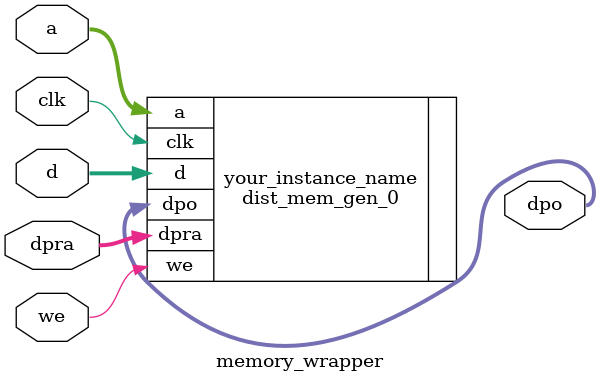
<source format=v>
`timescale 1ns / 1ps


module memory_wrapper(a,d,dpra,clk,we,dpo);

input [9:0] a,dpra;
input clk,we;
output [31:0] dpo;
input [31:0] d; 
     
    dist_mem_gen_0 your_instance_name (
  .a(a),        // input wire [9 : 0] a
  .d(d),        // input wire [31 : 0] d
  .dpra(dpra),  // input wire [9 : 0] dpra
  .clk(clk),    // input wire clk
  .we(we),      // input wire we
  .dpo(dpo)    // output wire [31 : 0] dpo
);
endmodule

</source>
